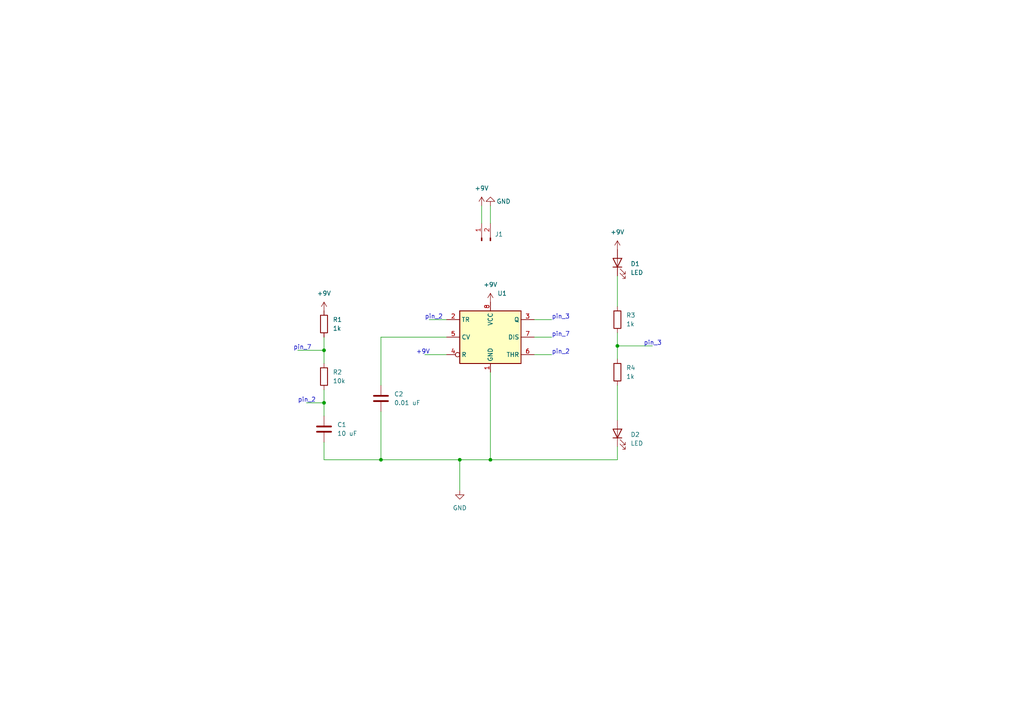
<source format=kicad_sch>
(kicad_sch (version 20211123) (generator eeschema)
  (paper "A4")
  (lib_symbols
    (symbol "Connector:Conn_01x02_Male" (pin_names (offset 1.016) hide)
      (property "Reference" "J" (at 0 2.54 0))
      (property "Value" "Conn_01x02_Male" (at 0 -5.08 0))
      (symbol "Conn_01x02_Male_1_1"
        (polyline (pts (xy 1.27 -2.54) (xy 0.8636 -2.54)) (stroke (width 0.1524)))
        (polyline (pts (xy 1.27 0) (xy 0.8636 0)) (stroke (width 0.1524)))
        (rectangle (start 0.8636 -2.413) (end 0 -2.667) (stroke (width 0.1524)) (fill (type outline)))
        (rectangle (start 0.8636 0.127) (end 0 -0.127) (stroke (width 0.1524)) (fill (type outline)))
        (pin passive line (at 5.08 0 180) (length 3.81) (name "Pin_1") (number "1"))
        (pin passive line (at 5.08 -2.54 180) (length 3.81) (name "Pin_2") (number "2"))
      )
    )
    (symbol "Device:C" (pin_numbers hide) (pin_names (offset 0.254))
      (property "Reference" "C" (at 0.635 2.54 0))
      (property "Value" "C" (at 0.635 -2.54 0))
      (symbol "C_0_1"
        (polyline (pts (xy -2.032 -0.762) (xy 2.032 -0.762)) (stroke (width 0.508)))
        (polyline (pts (xy -2.032 0.762) (xy 2.032 0.762)) (stroke (width 0.508)))
      )
      (symbol "C_1_1"
        (pin passive line (at 0 3.81 270) (length 2.794) (name "~") (number "1"))
        (pin passive line (at 0 -3.81 90) (length 2.794) (name "~") (number "2"))
      )
    )
    (symbol "Device:LED" (pin_numbers hide) (pin_names (offset 1.016) hide)
      (property "Reference" "D" (at 0 2.54 0))
      (property "Value" "LED" (at 0 -2.54 0))
      (symbol "LED_0_1"
        (polyline (pts (xy -1.27 -1.27) (xy -1.27 1.27)) (stroke (width 0.254)))
        (polyline (pts (xy -1.27 0) (xy 1.27 0)))
        (polyline (pts (xy 1.27 -1.27) (xy 1.27 1.27) (xy -1.27 0) (xy 1.27 -1.27)) (stroke (width 0.254)))
        (polyline (pts (xy -3.048 -0.762) (xy -4.572 -2.286) (xy -3.81 -2.286) (xy -4.572 -2.286) (xy -4.572 -1.524)))
        (polyline (pts (xy -1.778 -0.762) (xy -3.302 -2.286) (xy -2.54 -2.286) (xy -3.302 -2.286) (xy -3.302 -1.524)))
      )
      (symbol "LED_1_1"
        (pin passive line (at -3.81 0 0) (length 2.54) (name "K") (number "1"))
        (pin passive line (at 3.81 0 180) (length 2.54) (name "A") (number "2"))
      )
    )
    (symbol "Device:R" (pin_numbers hide) (pin_names (offset 0))
      (property "Reference" "R" (at 2.032 0 90))
      (property "Value" "R" (at 0 0 90))
      (symbol "R_0_1"
        (rectangle (start -1.016 -2.54) (end 1.016 2.54) (stroke (width 0.254)))
      )
      (symbol "R_1_1"
        (pin passive line (at 0 3.81 270) (length 1.27) (name "~") (number "1"))
        (pin passive line (at 0 -3.81 90) (length 1.27) (name "~") (number "2"))
      )
    )
    (symbol "Timer:NE555D"
      (property "Reference" "U" (at -10.16 8.89 0))
      (property "Value" "NE555D" (at 2.54 8.89 0))
      (symbol "NE555D_0_0"
        (pin power_in line (at 0 -10.16 90) (length 2.54) (name "GND") (number "1"))
        (pin power_in line (at 0 10.16 270) (length 2.54) (name "VCC") (number "8"))
      )
      (symbol "NE555D_0_1"
        (rectangle (start -8.89 -7.62) (end 8.89 7.62) (stroke (width 0.254)) (fill (type background)))
        (rectangle (start -8.89 -7.62) (end 8.89 7.62) (stroke (width 0.254)) (fill (type background)))
      )
      (symbol "NE555D_1_1"
        (pin input line (at -12.7 5.08 0) (length 3.81) (name "TR") (number "2"))
        (pin output line (at 12.7 5.08 180) (length 3.81) (name "Q") (number "3"))
        (pin input inverted (at -12.7 -5.08 0) (length 3.81) (name "R") (number "4"))
        (pin input line (at -12.7 0 0) (length 3.81) (name "CV") (number "5"))
        (pin input line (at 12.7 -5.08 180) (length 3.81) (name "THR") (number "6"))
        (pin input line (at 12.7 0 180) (length 3.81) (name "DIS") (number "7"))
      )
    )
    (symbol "power:+9V" (power) (pin_names (offset 0))
      (property "Value" "+9V" (at 0 3.556 0))
      (symbol "+9V_0_1"
        (polyline (pts (xy -0.762 1.27) (xy 0 2.54)))
        (polyline (pts (xy 0 0) (xy 0 2.54)))
        (polyline (pts (xy 0 2.54) (xy 0.762 1.27)))
      )
      (symbol "+9V_1_1"
        (pin power_in line (at 0 0 90) (length 0) hide (name "+9V") (number "1"))
      )
    )
    (symbol "power:GND" (power) (pin_names (offset 0))
      (property "Value" "GND" (at 0 -3.81 0))
      (symbol "GND_0_1"
        (polyline (pts (xy 0 0) (xy 0 -1.27) (xy 1.27 -1.27) (xy 0 -2.54) (xy -1.27 -1.27) (xy 0 -1.27)))
      )
      (symbol "GND_1_1"
        (pin power_in line (at 0 0 270) (length 0) hide (name "GND") (number "1"))
      )
    )
  )
  (junction (at 179.07 100.33))
  (junction (at 93.98 116.84))
  (junction (at 142.24 133.35))
  (junction (at 133.35 133.35))
  (junction (at 110.49 133.35))
  (junction (at 93.98 101.6))
  (wire (pts (xy 179.07 100.33) (xy 179.07 104.14)))
  (wire (pts (xy 110.49 119.38) (xy 110.49 133.35)))
  (wire (pts (xy 133.35 133.35) (xy 133.35 142.24)))
  (wire (pts (xy 139.7 59.69) (xy 139.7 64.77)))
  (wire (pts (xy 110.49 133.35) (xy 93.98 133.35)))
  (wire (pts (xy 179.07 80.01) (xy 179.07 88.9)))
  (wire (pts (xy 88.9 116.84) (xy 93.98 116.84)))
  (wire (pts (xy 154.94 92.71) (xy 160.02 92.71)))
  (wire (pts (xy 133.35 133.35) (xy 142.24 133.35)))
  (wire (pts (xy 179.07 96.52) (xy 179.07 100.33)))
  (wire (pts (xy 129.54 97.79) (xy 110.49 97.79)))
  (wire (pts (xy 93.98 97.79) (xy 93.98 101.6)))
  (wire (pts (xy 93.98 101.6) (xy 93.98 105.41)))
  (wire (pts (xy 154.94 102.87) (xy 160.02 102.87)))
  (wire (pts (xy 124.46 92.71) (xy 129.54 92.71)))
  (wire (pts (xy 142.24 107.95) (xy 142.24 133.35)))
  (wire (pts (xy 110.49 97.79) (xy 110.49 111.76)))
  (wire (pts (xy 179.07 100.33) (xy 189.23 100.33)))
  (wire (pts (xy 142.24 133.35) (xy 179.07 133.35)))
  (wire (pts (xy 179.07 129.54) (xy 179.07 133.35)))
  (wire (pts (xy 123.19 102.87) (xy 129.54 102.87)))
  (wire (pts (xy 86.36 101.6) (xy 93.98 101.6)))
  (wire (pts (xy 110.49 133.35) (xy 133.35 133.35)))
  (wire (pts (xy 142.24 59.69) (xy 142.24 64.77)))
  (wire (pts (xy 93.98 116.84) (xy 93.98 120.65)))
  (wire (pts (xy 93.98 133.35) (xy 93.98 128.27)))
  (wire (pts (xy 179.07 111.76) (xy 179.07 121.92)))
  (wire (pts (xy 93.98 113.03) (xy 93.98 116.84)))
  (wire (pts (xy 154.94 97.79) (xy 160.02 97.79)))
  (text "+9V" (at 120.65 102.87 0) (effects (font (size 1.27 1.27)) (justify left bottom)))
  (text "pin_2" (at 86.36 116.84 0) (effects (font (size 1.27 1.27)) (justify left bottom)))
  (text "pin_3" (at 160.02 92.71 0) (effects (font (size 1.27 1.27)) (justify left bottom)))
  (text "pin_2" (at 123.19 92.71 0) (effects (font (size 1.27 1.27)) (justify left bottom)))
  (text "pin_7\n" (at 85.09 101.6 0) (effects (font (size 1.27 1.27)) (justify left bottom)))
  (text "pin_3" (at 186.69 100.33 0) (effects (font (size 1.27 1.27)) (justify left bottom)))
  (text "pin_2" (at 160.02 102.87 0) (effects (font (size 1.27 1.27)) (justify left bottom)))
  (text "pin_7" (at 160.02 97.79 0) (effects (font (size 1.27 1.27)) (justify left bottom)))
  (symbol (lib_id "Device:R") (at 93.98 109.22 0) (unit 1)
    (property "Reference" "R2" (at 96.52 107.9499 0) (effects (justify left)))
    (property "Value" "10k" (at 96.52 110.4899 0) (effects (justify left)))
    (property "Footprint" "Resistor_SMD:R_0805_2012Metric_Pad1.20x1.40mm_HandSolder" (effects hide))
  )
  (symbol (lib_id "power:GND") (at 133.35 142.24 0) (unit 1)
    (property "Reference" "#PWR0101" (effects hide))
    (property "Value" "GND" (at 133.35 147.32 0))
  )
  (symbol (lib_id "Device:R") (at 179.07 92.71 0) (unit 1)
    (property "Reference" "R3" (at 181.61 91.4399 0) (effects (justify left)))
    (property "Value" "1k" (at 181.61 93.9799 0) (effects (justify left)))
    (property "Footprint" "Resistor_SMD:R_0805_2012Metric_Pad1.20x1.40mm_HandSolder" (effects hide))
  )
  (symbol (lib_id "power:+9V") (at 179.07 72.39 0) (unit 1)
    (property "Reference" "#PWR0104" (effects hide))
    (property "Value" "+9V" (at 179.07 67.31 0))
  )
  (symbol (lib_id "Timer:NE555D") (at 142.24 97.79 0) (unit 1)
    (property "Reference" "U1" (at 144.2594 85.09 0) (effects (justify left)))
    (property "Value" "    " (at 144.2594 87.63 0) (effects (justify left)))
    (property "Footprint" "Package_SO:SOIC-8-1EP_3.9x4.9mm_P1.27mm_EP2.29x3mm" (effects hide))
    (property "Datasheet" "http://www.ti.com/lit/ds/symlink/ne555.pdf" (effects hide))
  )
  (symbol (lib_id "Connector:Conn_01x02_Male") (at 139.7 69.85 90) (unit 1)
    (property "Reference" "J1" (at 143.51 67.9449 90) (effects (justify right)))
    (property "Value" "   " (at 143.51 70.4849 90) (effects (justify right)))
    (property "Footprint" "TerminalBlock:TerminalBlock_bornier-2_P5.08mm" (effects hide))
  )
  (symbol (lib_id "power:+9V") (at 142.24 87.63 0) (unit 1)
    (property "Reference" "#PWR0103" (effects hide))
    (property "Value" "+9V" (at 142.24 82.55 0))
  )
  (symbol (lib_id "Device:LED") (at 179.07 76.2 90) (unit 1)
    (property "Reference" "D1" (at 182.88 76.5174 90) (effects (justify right)))
    (property "Value" "LED" (at 182.88 79.0574 90) (effects (justify right)))
    (property "Footprint" "LED_SMD:LED_1206_3216Metric_Pad1.42x1.75mm_HandSolder" (effects hide))
  )
  (symbol (lib_id "Device:LED") (at 179.07 125.73 90) (unit 1)
    (property "Reference" "D2" (at 182.88 126.0474 90) (effects (justify right)))
    (property "Value" "LED" (at 182.88 128.5874 90) (effects (justify right)))
    (property "Footprint" "LED_SMD:LED_1206_3216Metric_Pad1.42x1.75mm_HandSolder" (effects hide))
  )
  (symbol (lib_id "Device:C") (at 93.98 124.46 0) (unit 1)
    (property "Reference" "C1" (at 97.79 123.1899 0) (effects (justify left)))
    (property "Value" "10 uF" (at 97.79 125.7299 0) (effects (justify left)))
    (property "Footprint" "Capacitor_Tantalum_SMD:CP_EIA-3216-18_Kemet-A_Pad1.58x1.35mm_HandSolder" (effects hide))
  )
  (symbol (lib_id "power:GND") (at 142.24 59.69 180) (unit 1)
    (property "Reference" "#PWR0105" (effects hide))
    (property "Value" "GND" (at 146.05 58.42 0))
  )
  (symbol (lib_id "Device:R") (at 93.98 93.98 0) (unit 1)
    (property "Reference" "R1" (at 96.52 92.7099 0) (effects (justify left)))
    (property "Value" "1k" (at 96.52 95.2499 0) (effects (justify left)))
    (property "Footprint" "Resistor_SMD:R_0805_2012Metric_Pad1.20x1.40mm_HandSolder" (effects hide))
  )
  (symbol (lib_id "Device:C") (at 110.49 115.57 0) (unit 1)
    (property "Reference" "C2" (at 114.3 114.2999 0) (effects (justify left)))
    (property "Value" "0.01 uF" (at 114.3 116.8399 0) (effects (justify left)))
    (property "Footprint" "Capacitor_SMD:C_0805_2012Metric_Pad1.18x1.45mm_HandSolder" (effects hide))
  )
  (symbol (lib_id "Device:R") (at 179.07 107.95 0) (unit 1)
    (property "Reference" "R4" (at 181.61 106.6799 0) (effects (justify left)))
    (property "Value" "1k" (at 181.61 109.2199 0) (effects (justify left)))
    (property "Footprint" "Resistor_SMD:R_0805_2012Metric_Pad1.20x1.40mm_HandSolder" (effects hide))
  )
  (symbol (lib_id "power:+9V") (at 93.98 90.17 0) (unit 1)
    (property "Reference" "#PWR0102" (effects hide))
    (property "Value" "+9V" (at 93.98 85.09 0))
  )
  (symbol (lib_id "power:+9V") (at 139.7 59.69 0) (unit 1)
    (property "Reference" "#PWR0106" (effects hide))
    (property "Value" "+9V" (at 139.7 54.61 0))
  )
)
</source>
